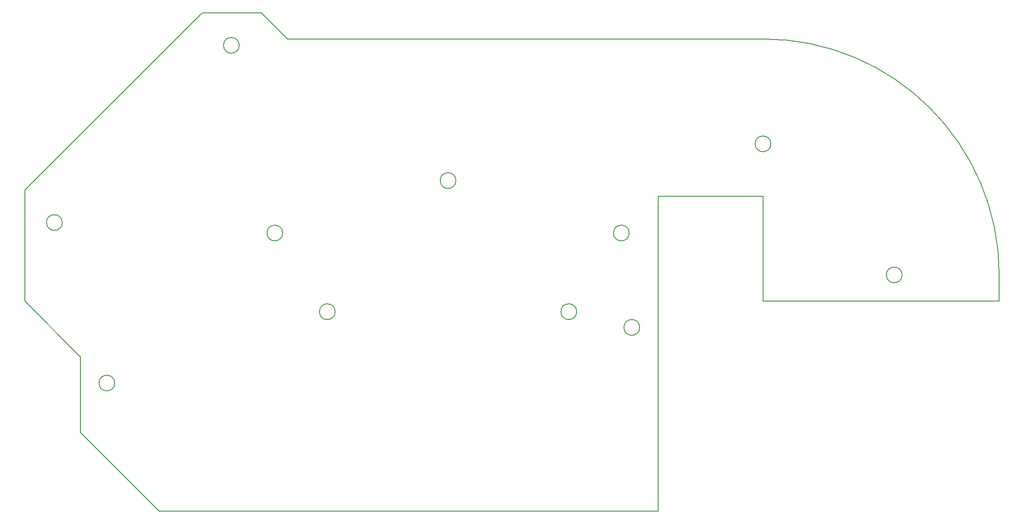
<source format=gbr>
G04 #@! TF.GenerationSoftware,KiCad,Pcbnew,(5.1.5-0-10_14)*
G04 #@! TF.CreationDate,2020-02-02T15:59:47-05:00*
G04 #@! TF.ProjectId,mobo,6d6f626f-2e6b-4696-9361-645f70636258,rev?*
G04 #@! TF.SameCoordinates,Original*
G04 #@! TF.FileFunction,Profile,NP*
%FSLAX46Y46*%
G04 Gerber Fmt 4.6, Leading zero omitted, Abs format (unit mm)*
G04 Created by KiCad (PCBNEW (5.1.5-0-10_14)) date 2020-02-02 15:59:47*
%MOMM*%
%LPD*%
G04 APERTURE LIST*
%ADD10C,0.200000*%
G04 APERTURE END LIST*
D10*
X86440000Y-70819000D02*
X91440000Y-75819000D01*
X75226796Y-70819001D02*
X86440000Y-70819000D01*
X41440000Y-104605797D02*
X75226796Y-70819001D01*
X41440000Y-125819000D02*
X41440000Y-104605797D01*
X52046601Y-136425601D02*
X41440000Y-125819000D01*
X52046601Y-150818999D02*
X52046601Y-136425601D01*
X208546601Y-120819000D02*
G75*
G03X208546601Y-120819000I-1500000J0D01*
G01*
X82267523Y-77033707D02*
G75*
G03X82267523Y-77033707I-1500000J0D01*
G01*
X58546601Y-141425601D02*
G75*
G03X58546601Y-141425601I-1500000J0D01*
G01*
X183546600Y-95819000D02*
G75*
G03X183546600Y-95819000I-1500000J0D01*
G01*
X48546601Y-110819000D02*
G75*
G03X48546601Y-110819000I-1500000J0D01*
G01*
X158546601Y-130819000D02*
G75*
G03X158546601Y-130819000I-1500000J0D01*
G01*
X123546602Y-102819000D02*
G75*
G03X123546602Y-102819000I-1500000J0D01*
G01*
X227046600Y-120819000D02*
X227046600Y-125819000D01*
X182046600Y-75819000D02*
G75*
G02X227046600Y-120819000I0J-45000000D01*
G01*
X156546601Y-112819000D02*
G75*
G03X156546601Y-112819000I-1500000J0D01*
G01*
X146546601Y-127819000D02*
G75*
G03X146546601Y-127819000I-1500000J0D01*
G01*
X100546601Y-127818999D02*
G75*
G03X100546601Y-127818999I-1500000J0D01*
G01*
X90546601Y-112819000D02*
G75*
G03X90546601Y-112819000I-1500000J0D01*
G01*
X67046601Y-165818999D02*
X52046601Y-150818999D01*
X162046601Y-165818999D02*
X67046601Y-165818999D01*
X162046601Y-105819000D02*
X162046601Y-165818999D01*
X182046601Y-105819001D02*
X162046601Y-105819000D01*
X182046600Y-125819000D02*
X182046601Y-105819001D01*
X227046600Y-125819000D02*
X182046600Y-125819000D01*
X91440000Y-75819000D02*
X182046600Y-75819000D01*
M02*

</source>
